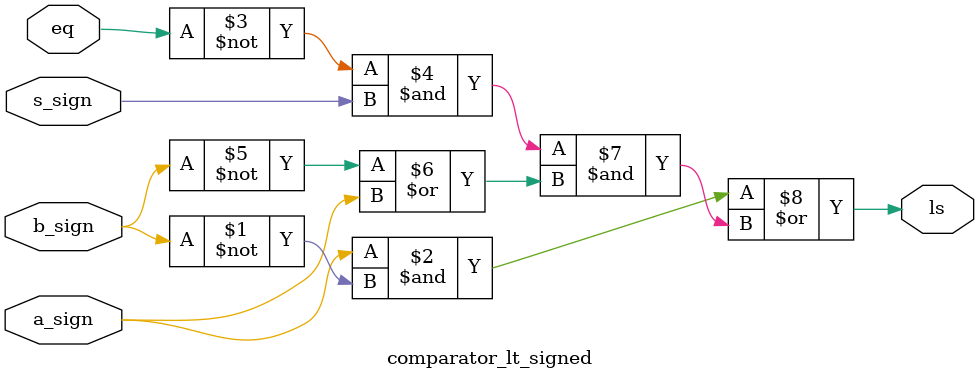
<source format=v>
/* 
Módulo para realização de comparação entre dois números
signed A e B, devolvendo ls = 1, caso A < B,
dados os bits de sinal de A e B e da subtração,
além do sinal de igualdade
 */
module comparator_lt_signed (
  input wire a_sign, b_sign, s_sign, eq, // Entradas de sinal e igualdade
  output wire ls // Saída
);

  assign ls = (a_sign & ~b_sign) | (~eq & s_sign) & (~b_sign | a_sign); // Expressão lógica derivada de tabela verdade

endmodule
</source>
